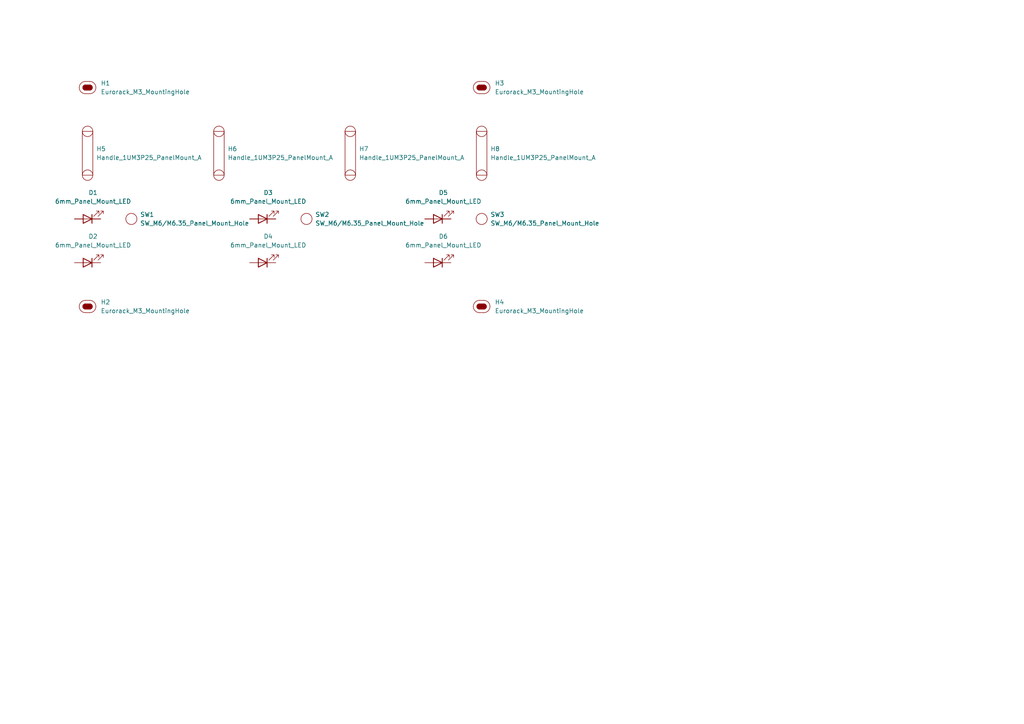
<source format=kicad_sch>
(kicad_sch (version 20250114) (generator "eeschema") (generator_version "9.0")
  (paper "A4")
  (lib_symbols
    (symbol "EXC:6mm_Panel_Mount_LED" (pin_numbers (hide yes)) (pin_names (offset 1.016) (hide yes))
      (property "Reference" "D" (at 0 2.54 0))
      (property "Value" "6mm_Panel_Mount_LED" (at 0 -3.556 0))
      (symbol "6mm_Panel_Mount_LED_0_1"
        (polyline (pts (xy -1.27 1.27) (xy -1.27 -1.27) (xy 1.27 0) (xy -1.27 1.27)) (stroke (width 0.254)))
        (polyline (pts (xy 1.27 1.27) (xy 1.27 -1.27)) (stroke (width 0.254)))
        (polyline (pts (xy 1.27 0) (xy -1.27 0)))
        (polyline (pts (xy 1.778 0.762) (xy 3.302 2.286) (xy 2.54 2.286) (xy 3.302 2.286) (xy 3.302 1.524)))
        (polyline (pts (xy 3.048 0.762) (xy 4.572 2.286) (xy 3.81 2.286) (xy 4.572 2.286) (xy 4.572 1.524)))
      )
      (symbol "6mm_Panel_Mount_LED_1_1"
        (pin passive line (at -3.81 0 0) (length 2.54) (name "A") (number "2"))
        (pin passive line (at 3.81 0 180) (length 2.54) (name "K") (number "1"))
      )
    )
    (symbol "EXC:Eurorack_M3_MountingHole" (pin_names (offset 1.016))
      (property "Reference" "H" (at 0 5.08 0))
      (property "Value" "Eurorack_M3_MountingHole" (at 0 3.175 0))
      (symbol "Eurorack_M3_MountingHole_0_1"
        (polyline (pts (xy -0.635 0.762) (xy 0.635 0.762)))
        (circle (center -0.635 0) (radius 0.762) (fill (type outline)))
        (arc (start -0.635 -0.762) (mid -1.397 0) (end -0.635 0.762))
        (arc (start -0.635 -1.778) (mid -2.413 0) (end -0.635 1.778))
        (polyline (pts (xy -0.635 -0.762) (xy 0.635 -0.762)))
        (polyline (pts (xy -0.635 -1.778) (xy 0.635 -1.778)))
        (circle (center 0 0) (radius 0.762) (fill (type outline)))
        (polyline (pts (xy 0.635 1.778) (xy -0.635 1.778)))
        (arc (start 0.6141 1.778) (mid 2.4131 0) (end 0.6141 -1.778))
        (arc (start 0.6227 0.762) (mid 1.3971 0) (end 0.6227 -0.762))
        (circle (center 0.635 0) (radius 0.762) (fill (type outline)))
      )
    )
    (symbol "EXC:Handle_1UM3P25_A"
      (property "Reference" "H" (at 0 -6.35 0))
      (property "Value" "Handle_1UM3P25_PanelMount_A" (at 0.254 -17.018 0))
      (symbol "Handle_1UM3P25_A_0_1"
        (rectangle (start -1.524 0) (end 1.524 -12.7))
        (circle (center 0 0) (radius 1.524))
        (circle (center 0 -12.7) (radius 1.524))
      )
    )
    (symbol "EXC:SW_M6/6.35_Panel_Mount_Hole" (pin_names (offset 0) (hide yes))
      (property "Reference" "SW" (at 0 3.175 0))
      (property "Value" "SW_M6/M6.35_Panel_Mount_Hole" (at 0 -2.794 0))
      (symbol "SW_M6/6.35_Panel_Mount_Hole_0_0"
        (circle (center 0 0) (radius 1.6129))
      )
    )
  )
  (symbol (lib_id "EXC:Handle_1UM3P25_A") (at 101.6 38.1 0) (unit 1)
    (property "Reference" "H7" (at 104.14 43.1799 0) (effects (justify left)))
    (property "Value" "Handle_1UM3P25_PanelMount_A" (at 104.14 45.7199 0) (effects (justify left)))
    (property "Footprint" "EXC:Handle_1UM3P25_A" (effects (hide yes)))
  )
  (symbol (lib_id "EXC:Handle_1UM3P25_A") (at 63.5 38.1 0) (unit 1)
    (property "Reference" "H6" (at 66.04 43.1799 0) (effects (justify left)))
    (property "Value" "Handle_1UM3P25_PanelMount_A" (at 66.04 45.7199 0) (effects (justify left)))
    (property "Footprint" "EXC:Handle_1UM3P25_A" (effects (hide yes)))
  )
  (symbol (lib_id "EXC:Handle_1UM3P25_A") (at 25.4 38.1 0) (unit 1)
    (property "Reference" "H5" (at 27.94 43.1799 0) (effects (justify left)))
    (property "Value" "Handle_1UM3P25_PanelMount_A" (at 27.94 45.7199 0) (effects (justify left)))
    (property "Footprint" "EXC:Handle_1UM3P25_A" (effects (hide yes)))
  )
  (symbol (lib_id "EXC:Eurorack_M3_MountingHole") (at 25.4 88.9 0) (unit 1)
    (property "Reference" "H2" (at 29.21 87.6299 0) (effects (justify left)))
    (property "Value" "Eurorack_M3_MountingHole" (at 29.21 90.1699 0) (effects (justify left)))
    (property "Footprint" "EXC:MountingHole_3.2mm_M3" (effects (hide yes)))
    (property "Description" "Mounting Hole without connection" (effects (hide yes)))
  )
  (symbol (lib_id "EXC:Eurorack_M3_MountingHole") (at 139.7 25.4 0) (unit 1)
    (property "Reference" "H3" (at 143.51 24.1299 0) (effects (justify left)))
    (property "Value" "Eurorack_M3_MountingHole" (at 143.51 26.6699 0) (effects (justify left)))
    (property "Footprint" "EXC:MountingHole_3.2mm_M3" (effects (hide yes)))
    (property "Description" "Mounting Hole without connection" (effects (hide yes)))
  )
  (symbol (lib_id "EXC:Eurorack_M3_MountingHole") (at 139.7 88.9 0) (unit 1)
    (property "Reference" "H4" (at 143.51 87.6299 0) (effects (justify left)))
    (property "Value" "Eurorack_M3_MountingHole" (at 143.51 90.1699 0) (effects (justify left)))
    (property "Footprint" "EXC:MountingHole_3.2mm_M3" (effects (hide yes)))
    (property "Description" "Mounting Hole without connection" (effects (hide yes)))
  )
  (symbol (lib_id "EXC:Eurorack_M3_MountingHole") (at 25.4 25.4 0) (unit 1)
    (property "Reference" "H1" (at 29.21 24.1299 0) (effects (justify left)))
    (property "Value" "Eurorack_M3_MountingHole" (at 29.21 26.6699 0) (effects (justify left)))
    (property "Footprint" "EXC:MountingHole_3.2mm_M3" (effects (hide yes)))
    (property "Description" "Mounting Hole without connection" (effects (hide yes)))
  )
  (symbol (lib_id "EXC:6mm_Panel_Mount_LED") (at 25.4 76.2 0) (unit 1)
    (property "Reference" "D2" (at 26.9875 68.58 0))
    (property "Value" "6mm_Panel_Mount_LED" (at 26.9875 71.12 0))
    (property "Footprint" "EXC:6mm_Panel_Mount_LED" (effects (hide yes)))
    (property "Description" "Light emitting diode" (effects (hide yes)))
  )
  (symbol (lib_id "EXC:Handle_1UM3P25_A") (at 139.7 38.1 0) (unit 1)
    (property "Reference" "H8" (at 142.24 43.1799 0) (effects (justify left)))
    (property "Value" "Handle_1UM3P25_PanelMount_A" (at 142.24 45.7199 0) (effects (justify left)))
    (property "Footprint" "EXC:Handle_1UM3P25_A" (effects (hide yes)))
  )
  (symbol (lib_id "EXC:6mm_Panel_Mount_LED") (at 127 76.2 0) (unit 1)
    (property "Reference" "D6" (at 128.5875 68.58 0))
    (property "Value" "6mm_Panel_Mount_LED" (at 128.5875 71.12 0))
    (property "Footprint" "EXC:6mm_Panel_Mount_LED" (effects (hide yes)))
    (property "Description" "Light emitting diode" (effects (hide yes)))
  )
  (symbol (lib_id "EXC:SW_M6/6.35_Panel_Mount_Hole") (at 88.9 63.5 0) (unit 1)
    (property "Reference" "SW2" (at 91.44 62.2299 0) (effects (justify left)))
    (property "Value" "SW_M6/M6.35_Panel_Mount_Hole" (at 91.44 64.7699 0) (effects (justify left)))
    (property "Footprint" "EXC:SW_M6-M6.35_Panel_Mount_Hole" (effects (hide yes)))
    (property "Datasheet" "https://ae01.alicdn.com/kf/S30ba4cd8ca6748179fcb108112fb1d3fP.jpg" (effects (hide yes)))
    (property "Description" "Hole for the top of the panel of the switch so it allows space for the M6-ish nut to sit inside" (effects (hide yes)))
    (property "Source" "https://www.aliexpress.com/item/4000512396094.html" (effects (hide yes)))
  )
  (symbol (lib_id "EXC:6mm_Panel_Mount_LED") (at 76.2 76.2 0) (unit 1)
    (property "Reference" "D4" (at 77.7875 68.58 0))
    (property "Value" "6mm_Panel_Mount_LED" (at 77.7875 71.12 0))
    (property "Footprint" "EXC:6mm_Panel_Mount_LED" (effects (hide yes)))
    (property "Description" "Light emitting diode" (effects (hide yes)))
  )
  (symbol (lib_id "EXC:SW_M6/6.35_Panel_Mount_Hole") (at 139.7 63.5 0) (unit 1)
    (property "Reference" "SW3" (at 142.24 62.2299 0) (effects (justify left)))
    (property "Value" "SW_M6/M6.35_Panel_Mount_Hole" (at 142.24 64.7699 0) (effects (justify left)))
    (property "Footprint" "EXC:SW_M6-M6.35_Panel_Mount_Hole" (effects (hide yes)))
    (property "Datasheet" "https://ae01.alicdn.com/kf/S30ba4cd8ca6748179fcb108112fb1d3fP.jpg" (effects (hide yes)))
    (property "Description" "Hole for the top of the panel of the switch so it allows space for the M6-ish nut to sit inside" (effects (hide yes)))
    (property "Source" "https://www.aliexpress.com/item/4000512396094.html" (effects (hide yes)))
  )
  (symbol (lib_id "EXC:6mm_Panel_Mount_LED") (at 25.4 63.5 0) (unit 1)
    (property "Reference" "D1" (at 26.9875 55.88 0))
    (property "Value" "6mm_Panel_Mount_LED" (at 26.9875 58.42 0))
    (property "Footprint" "EXC:6mm_Panel_Mount_LED" (effects (hide yes)))
    (property "Description" "Light emitting diode" (effects (hide yes)))
  )
  (symbol (lib_id "EXC:SW_M6/6.35_Panel_Mount_Hole") (at 38.1 63.5 0) (unit 1)
    (property "Reference" "SW1" (at 40.64 62.2299 0) (effects (justify left)))
    (property "Value" "SW_M6/M6.35_Panel_Mount_Hole" (at 40.64 64.7699 0) (effects (justify left)))
    (property "Footprint" "EXC:SW_M6-M6.35_Panel_Mount_Hole" (effects (hide yes)))
    (property "Datasheet" "https://ae01.alicdn.com/kf/S30ba4cd8ca6748179fcb108112fb1d3fP.jpg" (effects (hide yes)))
    (property "Description" "Hole for the top of the panel of the switch so it allows space for the M6-ish nut to sit inside" (effects (hide yes)))
    (property "Source" "https://www.aliexpress.com/item/4000512396094.html" (effects (hide yes)))
  )
  (symbol (lib_id "EXC:6mm_Panel_Mount_LED") (at 76.2 63.5 0) (unit 1)
    (property "Reference" "D3" (at 77.7875 55.88 0))
    (property "Value" "6mm_Panel_Mount_LED" (at 77.7875 58.42 0))
    (property "Footprint" "EXC:6mm_Panel_Mount_LED" (effects (hide yes)))
    (property "Description" "Light emitting diode" (effects (hide yes)))
  )
  (symbol (lib_id "EXC:6mm_Panel_Mount_LED") (at 127 63.5 0) (unit 1)
    (property "Reference" "D5" (at 128.5875 55.88 0))
    (property "Value" "6mm_Panel_Mount_LED" (at 128.5875 58.42 0))
    (property "Footprint" "EXC:6mm_Panel_Mount_LED" (effects (hide yes)))
    (property "Description" "Light emitting diode" (effects (hide yes)))
  )
)
</source>
